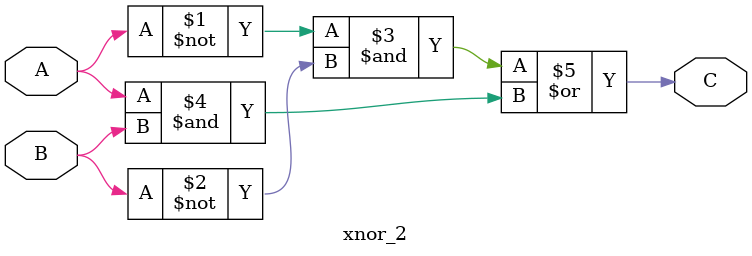
<source format=v>
module xnor_2(A, B, C);

	input A, B;
	output C;
	
	assign C = ((~A)&(~B)) | A&B;

endmodule
</source>
